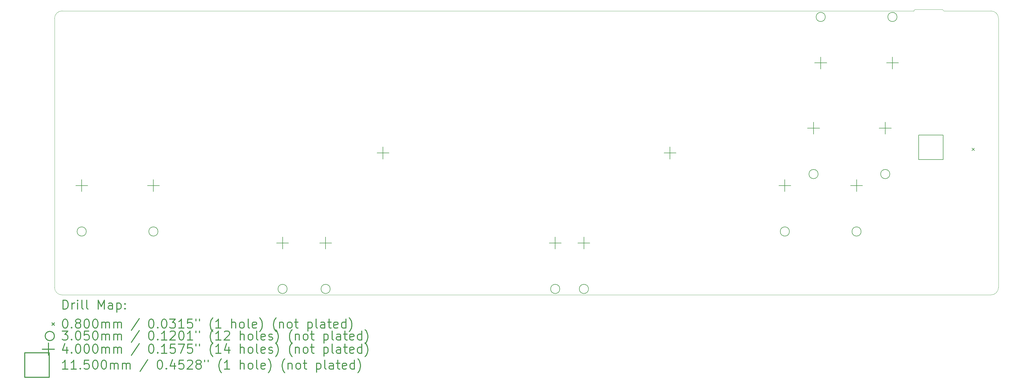
<source format=gbr>
%FSLAX45Y45*%
G04 Gerber Fmt 4.5, Leading zero omitted, Abs format (unit mm)*
G04 Created by KiCad (PCBNEW (5.1.12)-1) date 2021-12-15 00:33:17*
%MOMM*%
%LPD*%
G01*
G04 APERTURE LIST*
%TA.AperFunction,Profile*%
%ADD10C,0.100000*%
%TD*%
%ADD11C,0.200000*%
%ADD12C,0.300000*%
G04 APERTURE END LIST*
D10*
X31475000Y-2860000D02*
X32375000Y-2860000D01*
X32375000Y-2860000D02*
G75*
G02*
X32400000Y-2885000I0J-25000D01*
G01*
X32425000Y-2910000D02*
G75*
G02*
X32400000Y-2885000I0J25000D01*
G01*
X31450000Y-2885000D02*
G75*
G02*
X31475000Y-2860000I25000J0D01*
G01*
X31450000Y-2885000D02*
G75*
G02*
X31425000Y-2910000I-25000J0D01*
G01*
X32425000Y-2910000D02*
X33987500Y-2910000D01*
X3160000Y-2910000D02*
X31425000Y-2910000D01*
X34237500Y-3160000D02*
X34237500Y-12080000D01*
X2910000Y-12080000D02*
G75*
G03*
X3160000Y-12330000I250000J0D01*
G01*
X33987500Y-12330000D02*
G75*
G03*
X34237500Y-12080000I0J250000D01*
G01*
X34237500Y-3160000D02*
G75*
G03*
X33987500Y-2910000I-250000J0D01*
G01*
X3160000Y-2910000D02*
G75*
G03*
X2910000Y-3160000I0J-250000D01*
G01*
X3160000Y-12330000D02*
X33987500Y-12330000D01*
X2910000Y-3160000D02*
X2910000Y-12080000D01*
D11*
X33360000Y-7460000D02*
X33440000Y-7540000D01*
X33440000Y-7460000D02*
X33360000Y-7540000D01*
X3963125Y-10225000D02*
G75*
G03*
X3963125Y-10225000I-152500J0D01*
G01*
X6343125Y-10225000D02*
G75*
G03*
X6343125Y-10225000I-152500J0D01*
G01*
X10630000Y-12130000D02*
G75*
G03*
X10630000Y-12130000I-152500J0D01*
G01*
X12058750Y-12130000D02*
G75*
G03*
X12058750Y-12130000I-152500J0D01*
G01*
X19678750Y-12130000D02*
G75*
G03*
X19678750Y-12130000I-152500J0D01*
G01*
X20631250Y-12130000D02*
G75*
G03*
X20631250Y-12130000I-152500J0D01*
G01*
X27299375Y-10225000D02*
G75*
G03*
X27299375Y-10225000I-152500J0D01*
G01*
X28251875Y-8320000D02*
G75*
G03*
X28251875Y-8320000I-152500J0D01*
G01*
X28490000Y-3110000D02*
G75*
G03*
X28490000Y-3110000I-152500J0D01*
G01*
X29679375Y-10225000D02*
G75*
G03*
X29679375Y-10225000I-152500J0D01*
G01*
X30631875Y-8320000D02*
G75*
G03*
X30631875Y-8320000I-152500J0D01*
G01*
X30870000Y-3110000D02*
G75*
G03*
X30870000Y-3110000I-152500J0D01*
G01*
X3810625Y-8501000D02*
X3810625Y-8901000D01*
X3610625Y-8701000D02*
X4010625Y-8701000D01*
X6190625Y-8501000D02*
X6190625Y-8901000D01*
X5990625Y-8701000D02*
X6390625Y-8701000D01*
X10477500Y-10406000D02*
X10477500Y-10806000D01*
X10277500Y-10606000D02*
X10677500Y-10606000D01*
X11906250Y-10406000D02*
X11906250Y-10806000D01*
X11706250Y-10606000D02*
X12106250Y-10606000D01*
X13811250Y-7418750D02*
X13811250Y-7818750D01*
X13611250Y-7618750D02*
X14011250Y-7618750D01*
X19526250Y-10406000D02*
X19526250Y-10806000D01*
X19326250Y-10606000D02*
X19726250Y-10606000D01*
X20478750Y-10406000D02*
X20478750Y-10806000D01*
X20278750Y-10606000D02*
X20678750Y-10606000D01*
X23336250Y-7418750D02*
X23336250Y-7818750D01*
X23136250Y-7618750D02*
X23536250Y-7618750D01*
X27146875Y-8501000D02*
X27146875Y-8901000D01*
X26946875Y-8701000D02*
X27346875Y-8701000D01*
X28099375Y-6596000D02*
X28099375Y-6996000D01*
X27899375Y-6796000D02*
X28299375Y-6796000D01*
X28337500Y-4434000D02*
X28337500Y-4834000D01*
X28137500Y-4634000D02*
X28537500Y-4634000D01*
X29526875Y-8501000D02*
X29526875Y-8901000D01*
X29326875Y-8701000D02*
X29726875Y-8701000D01*
X30479375Y-6596000D02*
X30479375Y-6996000D01*
X30279375Y-6796000D02*
X30679375Y-6796000D01*
X30717500Y-4434000D02*
X30717500Y-4834000D01*
X30517500Y-4634000D02*
X30917500Y-4634000D01*
X32401590Y-7841590D02*
X32401590Y-7028410D01*
X31588410Y-7028410D01*
X31588410Y-7841590D01*
X32401590Y-7841590D01*
D12*
X3191428Y-12800714D02*
X3191428Y-12500714D01*
X3262857Y-12500714D01*
X3305714Y-12515000D01*
X3334286Y-12543571D01*
X3348571Y-12572143D01*
X3362857Y-12629286D01*
X3362857Y-12672143D01*
X3348571Y-12729286D01*
X3334286Y-12757857D01*
X3305714Y-12786429D01*
X3262857Y-12800714D01*
X3191428Y-12800714D01*
X3491428Y-12800714D02*
X3491428Y-12600714D01*
X3491428Y-12657857D02*
X3505714Y-12629286D01*
X3520000Y-12615000D01*
X3548571Y-12600714D01*
X3577143Y-12600714D01*
X3677143Y-12800714D02*
X3677143Y-12600714D01*
X3677143Y-12500714D02*
X3662857Y-12515000D01*
X3677143Y-12529286D01*
X3691428Y-12515000D01*
X3677143Y-12500714D01*
X3677143Y-12529286D01*
X3862857Y-12800714D02*
X3834286Y-12786429D01*
X3820000Y-12757857D01*
X3820000Y-12500714D01*
X4020000Y-12800714D02*
X3991428Y-12786429D01*
X3977143Y-12757857D01*
X3977143Y-12500714D01*
X4362857Y-12800714D02*
X4362857Y-12500714D01*
X4462857Y-12715000D01*
X4562857Y-12500714D01*
X4562857Y-12800714D01*
X4834286Y-12800714D02*
X4834286Y-12643571D01*
X4820000Y-12615000D01*
X4791428Y-12600714D01*
X4734286Y-12600714D01*
X4705714Y-12615000D01*
X4834286Y-12786429D02*
X4805714Y-12800714D01*
X4734286Y-12800714D01*
X4705714Y-12786429D01*
X4691428Y-12757857D01*
X4691428Y-12729286D01*
X4705714Y-12700714D01*
X4734286Y-12686429D01*
X4805714Y-12686429D01*
X4834286Y-12672143D01*
X4977143Y-12600714D02*
X4977143Y-12900714D01*
X4977143Y-12615000D02*
X5005714Y-12600714D01*
X5062857Y-12600714D01*
X5091428Y-12615000D01*
X5105714Y-12629286D01*
X5120000Y-12657857D01*
X5120000Y-12743571D01*
X5105714Y-12772143D01*
X5091428Y-12786429D01*
X5062857Y-12800714D01*
X5005714Y-12800714D01*
X4977143Y-12786429D01*
X5248571Y-12772143D02*
X5262857Y-12786429D01*
X5248571Y-12800714D01*
X5234286Y-12786429D01*
X5248571Y-12772143D01*
X5248571Y-12800714D01*
X5248571Y-12615000D02*
X5262857Y-12629286D01*
X5248571Y-12643571D01*
X5234286Y-12629286D01*
X5248571Y-12615000D01*
X5248571Y-12643571D01*
X2825000Y-13255000D02*
X2905000Y-13335000D01*
X2905000Y-13255000D02*
X2825000Y-13335000D01*
X3248571Y-13130714D02*
X3277143Y-13130714D01*
X3305714Y-13145000D01*
X3320000Y-13159286D01*
X3334286Y-13187857D01*
X3348571Y-13245000D01*
X3348571Y-13316429D01*
X3334286Y-13373571D01*
X3320000Y-13402143D01*
X3305714Y-13416429D01*
X3277143Y-13430714D01*
X3248571Y-13430714D01*
X3220000Y-13416429D01*
X3205714Y-13402143D01*
X3191428Y-13373571D01*
X3177143Y-13316429D01*
X3177143Y-13245000D01*
X3191428Y-13187857D01*
X3205714Y-13159286D01*
X3220000Y-13145000D01*
X3248571Y-13130714D01*
X3477143Y-13402143D02*
X3491428Y-13416429D01*
X3477143Y-13430714D01*
X3462857Y-13416429D01*
X3477143Y-13402143D01*
X3477143Y-13430714D01*
X3662857Y-13259286D02*
X3634286Y-13245000D01*
X3620000Y-13230714D01*
X3605714Y-13202143D01*
X3605714Y-13187857D01*
X3620000Y-13159286D01*
X3634286Y-13145000D01*
X3662857Y-13130714D01*
X3720000Y-13130714D01*
X3748571Y-13145000D01*
X3762857Y-13159286D01*
X3777143Y-13187857D01*
X3777143Y-13202143D01*
X3762857Y-13230714D01*
X3748571Y-13245000D01*
X3720000Y-13259286D01*
X3662857Y-13259286D01*
X3634286Y-13273571D01*
X3620000Y-13287857D01*
X3605714Y-13316429D01*
X3605714Y-13373571D01*
X3620000Y-13402143D01*
X3634286Y-13416429D01*
X3662857Y-13430714D01*
X3720000Y-13430714D01*
X3748571Y-13416429D01*
X3762857Y-13402143D01*
X3777143Y-13373571D01*
X3777143Y-13316429D01*
X3762857Y-13287857D01*
X3748571Y-13273571D01*
X3720000Y-13259286D01*
X3962857Y-13130714D02*
X3991428Y-13130714D01*
X4020000Y-13145000D01*
X4034286Y-13159286D01*
X4048571Y-13187857D01*
X4062857Y-13245000D01*
X4062857Y-13316429D01*
X4048571Y-13373571D01*
X4034286Y-13402143D01*
X4020000Y-13416429D01*
X3991428Y-13430714D01*
X3962857Y-13430714D01*
X3934286Y-13416429D01*
X3920000Y-13402143D01*
X3905714Y-13373571D01*
X3891428Y-13316429D01*
X3891428Y-13245000D01*
X3905714Y-13187857D01*
X3920000Y-13159286D01*
X3934286Y-13145000D01*
X3962857Y-13130714D01*
X4248571Y-13130714D02*
X4277143Y-13130714D01*
X4305714Y-13145000D01*
X4320000Y-13159286D01*
X4334286Y-13187857D01*
X4348571Y-13245000D01*
X4348571Y-13316429D01*
X4334286Y-13373571D01*
X4320000Y-13402143D01*
X4305714Y-13416429D01*
X4277143Y-13430714D01*
X4248571Y-13430714D01*
X4220000Y-13416429D01*
X4205714Y-13402143D01*
X4191428Y-13373571D01*
X4177143Y-13316429D01*
X4177143Y-13245000D01*
X4191428Y-13187857D01*
X4205714Y-13159286D01*
X4220000Y-13145000D01*
X4248571Y-13130714D01*
X4477143Y-13430714D02*
X4477143Y-13230714D01*
X4477143Y-13259286D02*
X4491428Y-13245000D01*
X4520000Y-13230714D01*
X4562857Y-13230714D01*
X4591428Y-13245000D01*
X4605714Y-13273571D01*
X4605714Y-13430714D01*
X4605714Y-13273571D02*
X4620000Y-13245000D01*
X4648571Y-13230714D01*
X4691428Y-13230714D01*
X4720000Y-13245000D01*
X4734286Y-13273571D01*
X4734286Y-13430714D01*
X4877143Y-13430714D02*
X4877143Y-13230714D01*
X4877143Y-13259286D02*
X4891428Y-13245000D01*
X4920000Y-13230714D01*
X4962857Y-13230714D01*
X4991428Y-13245000D01*
X5005714Y-13273571D01*
X5005714Y-13430714D01*
X5005714Y-13273571D02*
X5020000Y-13245000D01*
X5048571Y-13230714D01*
X5091428Y-13230714D01*
X5120000Y-13245000D01*
X5134286Y-13273571D01*
X5134286Y-13430714D01*
X5720000Y-13116429D02*
X5462857Y-13502143D01*
X6105714Y-13130714D02*
X6134286Y-13130714D01*
X6162857Y-13145000D01*
X6177143Y-13159286D01*
X6191428Y-13187857D01*
X6205714Y-13245000D01*
X6205714Y-13316429D01*
X6191428Y-13373571D01*
X6177143Y-13402143D01*
X6162857Y-13416429D01*
X6134286Y-13430714D01*
X6105714Y-13430714D01*
X6077143Y-13416429D01*
X6062857Y-13402143D01*
X6048571Y-13373571D01*
X6034286Y-13316429D01*
X6034286Y-13245000D01*
X6048571Y-13187857D01*
X6062857Y-13159286D01*
X6077143Y-13145000D01*
X6105714Y-13130714D01*
X6334286Y-13402143D02*
X6348571Y-13416429D01*
X6334286Y-13430714D01*
X6320000Y-13416429D01*
X6334286Y-13402143D01*
X6334286Y-13430714D01*
X6534286Y-13130714D02*
X6562857Y-13130714D01*
X6591428Y-13145000D01*
X6605714Y-13159286D01*
X6620000Y-13187857D01*
X6634286Y-13245000D01*
X6634286Y-13316429D01*
X6620000Y-13373571D01*
X6605714Y-13402143D01*
X6591428Y-13416429D01*
X6562857Y-13430714D01*
X6534286Y-13430714D01*
X6505714Y-13416429D01*
X6491428Y-13402143D01*
X6477143Y-13373571D01*
X6462857Y-13316429D01*
X6462857Y-13245000D01*
X6477143Y-13187857D01*
X6491428Y-13159286D01*
X6505714Y-13145000D01*
X6534286Y-13130714D01*
X6734286Y-13130714D02*
X6920000Y-13130714D01*
X6820000Y-13245000D01*
X6862857Y-13245000D01*
X6891428Y-13259286D01*
X6905714Y-13273571D01*
X6920000Y-13302143D01*
X6920000Y-13373571D01*
X6905714Y-13402143D01*
X6891428Y-13416429D01*
X6862857Y-13430714D01*
X6777143Y-13430714D01*
X6748571Y-13416429D01*
X6734286Y-13402143D01*
X7205714Y-13430714D02*
X7034286Y-13430714D01*
X7120000Y-13430714D02*
X7120000Y-13130714D01*
X7091428Y-13173571D01*
X7062857Y-13202143D01*
X7034286Y-13216429D01*
X7477143Y-13130714D02*
X7334286Y-13130714D01*
X7320000Y-13273571D01*
X7334286Y-13259286D01*
X7362857Y-13245000D01*
X7434286Y-13245000D01*
X7462857Y-13259286D01*
X7477143Y-13273571D01*
X7491428Y-13302143D01*
X7491428Y-13373571D01*
X7477143Y-13402143D01*
X7462857Y-13416429D01*
X7434286Y-13430714D01*
X7362857Y-13430714D01*
X7334286Y-13416429D01*
X7320000Y-13402143D01*
X7605714Y-13130714D02*
X7605714Y-13187857D01*
X7720000Y-13130714D02*
X7720000Y-13187857D01*
X8162857Y-13545000D02*
X8148571Y-13530714D01*
X8120000Y-13487857D01*
X8105714Y-13459286D01*
X8091428Y-13416429D01*
X8077143Y-13345000D01*
X8077143Y-13287857D01*
X8091428Y-13216429D01*
X8105714Y-13173571D01*
X8120000Y-13145000D01*
X8148571Y-13102143D01*
X8162857Y-13087857D01*
X8434286Y-13430714D02*
X8262857Y-13430714D01*
X8348571Y-13430714D02*
X8348571Y-13130714D01*
X8320000Y-13173571D01*
X8291428Y-13202143D01*
X8262857Y-13216429D01*
X8791428Y-13430714D02*
X8791428Y-13130714D01*
X8920000Y-13430714D02*
X8920000Y-13273571D01*
X8905714Y-13245000D01*
X8877143Y-13230714D01*
X8834286Y-13230714D01*
X8805714Y-13245000D01*
X8791428Y-13259286D01*
X9105714Y-13430714D02*
X9077143Y-13416429D01*
X9062857Y-13402143D01*
X9048571Y-13373571D01*
X9048571Y-13287857D01*
X9062857Y-13259286D01*
X9077143Y-13245000D01*
X9105714Y-13230714D01*
X9148571Y-13230714D01*
X9177143Y-13245000D01*
X9191428Y-13259286D01*
X9205714Y-13287857D01*
X9205714Y-13373571D01*
X9191428Y-13402143D01*
X9177143Y-13416429D01*
X9148571Y-13430714D01*
X9105714Y-13430714D01*
X9377143Y-13430714D02*
X9348571Y-13416429D01*
X9334286Y-13387857D01*
X9334286Y-13130714D01*
X9605714Y-13416429D02*
X9577143Y-13430714D01*
X9520000Y-13430714D01*
X9491428Y-13416429D01*
X9477143Y-13387857D01*
X9477143Y-13273571D01*
X9491428Y-13245000D01*
X9520000Y-13230714D01*
X9577143Y-13230714D01*
X9605714Y-13245000D01*
X9620000Y-13273571D01*
X9620000Y-13302143D01*
X9477143Y-13330714D01*
X9720000Y-13545000D02*
X9734286Y-13530714D01*
X9762857Y-13487857D01*
X9777143Y-13459286D01*
X9791428Y-13416429D01*
X9805714Y-13345000D01*
X9805714Y-13287857D01*
X9791428Y-13216429D01*
X9777143Y-13173571D01*
X9762857Y-13145000D01*
X9734286Y-13102143D01*
X9720000Y-13087857D01*
X10262857Y-13545000D02*
X10248571Y-13530714D01*
X10220000Y-13487857D01*
X10205714Y-13459286D01*
X10191428Y-13416429D01*
X10177143Y-13345000D01*
X10177143Y-13287857D01*
X10191428Y-13216429D01*
X10205714Y-13173571D01*
X10220000Y-13145000D01*
X10248571Y-13102143D01*
X10262857Y-13087857D01*
X10377143Y-13230714D02*
X10377143Y-13430714D01*
X10377143Y-13259286D02*
X10391428Y-13245000D01*
X10420000Y-13230714D01*
X10462857Y-13230714D01*
X10491428Y-13245000D01*
X10505714Y-13273571D01*
X10505714Y-13430714D01*
X10691428Y-13430714D02*
X10662857Y-13416429D01*
X10648571Y-13402143D01*
X10634286Y-13373571D01*
X10634286Y-13287857D01*
X10648571Y-13259286D01*
X10662857Y-13245000D01*
X10691428Y-13230714D01*
X10734286Y-13230714D01*
X10762857Y-13245000D01*
X10777143Y-13259286D01*
X10791428Y-13287857D01*
X10791428Y-13373571D01*
X10777143Y-13402143D01*
X10762857Y-13416429D01*
X10734286Y-13430714D01*
X10691428Y-13430714D01*
X10877143Y-13230714D02*
X10991428Y-13230714D01*
X10920000Y-13130714D02*
X10920000Y-13387857D01*
X10934286Y-13416429D01*
X10962857Y-13430714D01*
X10991428Y-13430714D01*
X11320000Y-13230714D02*
X11320000Y-13530714D01*
X11320000Y-13245000D02*
X11348571Y-13230714D01*
X11405714Y-13230714D01*
X11434286Y-13245000D01*
X11448571Y-13259286D01*
X11462857Y-13287857D01*
X11462857Y-13373571D01*
X11448571Y-13402143D01*
X11434286Y-13416429D01*
X11405714Y-13430714D01*
X11348571Y-13430714D01*
X11320000Y-13416429D01*
X11634286Y-13430714D02*
X11605714Y-13416429D01*
X11591428Y-13387857D01*
X11591428Y-13130714D01*
X11877143Y-13430714D02*
X11877143Y-13273571D01*
X11862857Y-13245000D01*
X11834286Y-13230714D01*
X11777143Y-13230714D01*
X11748571Y-13245000D01*
X11877143Y-13416429D02*
X11848571Y-13430714D01*
X11777143Y-13430714D01*
X11748571Y-13416429D01*
X11734286Y-13387857D01*
X11734286Y-13359286D01*
X11748571Y-13330714D01*
X11777143Y-13316429D01*
X11848571Y-13316429D01*
X11877143Y-13302143D01*
X11977143Y-13230714D02*
X12091428Y-13230714D01*
X12020000Y-13130714D02*
X12020000Y-13387857D01*
X12034286Y-13416429D01*
X12062857Y-13430714D01*
X12091428Y-13430714D01*
X12305714Y-13416429D02*
X12277143Y-13430714D01*
X12220000Y-13430714D01*
X12191428Y-13416429D01*
X12177143Y-13387857D01*
X12177143Y-13273571D01*
X12191428Y-13245000D01*
X12220000Y-13230714D01*
X12277143Y-13230714D01*
X12305714Y-13245000D01*
X12320000Y-13273571D01*
X12320000Y-13302143D01*
X12177143Y-13330714D01*
X12577143Y-13430714D02*
X12577143Y-13130714D01*
X12577143Y-13416429D02*
X12548571Y-13430714D01*
X12491428Y-13430714D01*
X12462857Y-13416429D01*
X12448571Y-13402143D01*
X12434286Y-13373571D01*
X12434286Y-13287857D01*
X12448571Y-13259286D01*
X12462857Y-13245000D01*
X12491428Y-13230714D01*
X12548571Y-13230714D01*
X12577143Y-13245000D01*
X12691428Y-13545000D02*
X12705714Y-13530714D01*
X12734286Y-13487857D01*
X12748571Y-13459286D01*
X12762857Y-13416429D01*
X12777143Y-13345000D01*
X12777143Y-13287857D01*
X12762857Y-13216429D01*
X12748571Y-13173571D01*
X12734286Y-13145000D01*
X12705714Y-13102143D01*
X12691428Y-13087857D01*
X2905000Y-13691000D02*
G75*
G03*
X2905000Y-13691000I-152500J0D01*
G01*
X3162857Y-13526714D02*
X3348571Y-13526714D01*
X3248571Y-13641000D01*
X3291428Y-13641000D01*
X3320000Y-13655286D01*
X3334286Y-13669571D01*
X3348571Y-13698143D01*
X3348571Y-13769571D01*
X3334286Y-13798143D01*
X3320000Y-13812429D01*
X3291428Y-13826714D01*
X3205714Y-13826714D01*
X3177143Y-13812429D01*
X3162857Y-13798143D01*
X3477143Y-13798143D02*
X3491428Y-13812429D01*
X3477143Y-13826714D01*
X3462857Y-13812429D01*
X3477143Y-13798143D01*
X3477143Y-13826714D01*
X3677143Y-13526714D02*
X3705714Y-13526714D01*
X3734286Y-13541000D01*
X3748571Y-13555286D01*
X3762857Y-13583857D01*
X3777143Y-13641000D01*
X3777143Y-13712429D01*
X3762857Y-13769571D01*
X3748571Y-13798143D01*
X3734286Y-13812429D01*
X3705714Y-13826714D01*
X3677143Y-13826714D01*
X3648571Y-13812429D01*
X3634286Y-13798143D01*
X3620000Y-13769571D01*
X3605714Y-13712429D01*
X3605714Y-13641000D01*
X3620000Y-13583857D01*
X3634286Y-13555286D01*
X3648571Y-13541000D01*
X3677143Y-13526714D01*
X4048571Y-13526714D02*
X3905714Y-13526714D01*
X3891428Y-13669571D01*
X3905714Y-13655286D01*
X3934286Y-13641000D01*
X4005714Y-13641000D01*
X4034286Y-13655286D01*
X4048571Y-13669571D01*
X4062857Y-13698143D01*
X4062857Y-13769571D01*
X4048571Y-13798143D01*
X4034286Y-13812429D01*
X4005714Y-13826714D01*
X3934286Y-13826714D01*
X3905714Y-13812429D01*
X3891428Y-13798143D01*
X4248571Y-13526714D02*
X4277143Y-13526714D01*
X4305714Y-13541000D01*
X4320000Y-13555286D01*
X4334286Y-13583857D01*
X4348571Y-13641000D01*
X4348571Y-13712429D01*
X4334286Y-13769571D01*
X4320000Y-13798143D01*
X4305714Y-13812429D01*
X4277143Y-13826714D01*
X4248571Y-13826714D01*
X4220000Y-13812429D01*
X4205714Y-13798143D01*
X4191428Y-13769571D01*
X4177143Y-13712429D01*
X4177143Y-13641000D01*
X4191428Y-13583857D01*
X4205714Y-13555286D01*
X4220000Y-13541000D01*
X4248571Y-13526714D01*
X4477143Y-13826714D02*
X4477143Y-13626714D01*
X4477143Y-13655286D02*
X4491428Y-13641000D01*
X4520000Y-13626714D01*
X4562857Y-13626714D01*
X4591428Y-13641000D01*
X4605714Y-13669571D01*
X4605714Y-13826714D01*
X4605714Y-13669571D02*
X4620000Y-13641000D01*
X4648571Y-13626714D01*
X4691428Y-13626714D01*
X4720000Y-13641000D01*
X4734286Y-13669571D01*
X4734286Y-13826714D01*
X4877143Y-13826714D02*
X4877143Y-13626714D01*
X4877143Y-13655286D02*
X4891428Y-13641000D01*
X4920000Y-13626714D01*
X4962857Y-13626714D01*
X4991428Y-13641000D01*
X5005714Y-13669571D01*
X5005714Y-13826714D01*
X5005714Y-13669571D02*
X5020000Y-13641000D01*
X5048571Y-13626714D01*
X5091428Y-13626714D01*
X5120000Y-13641000D01*
X5134286Y-13669571D01*
X5134286Y-13826714D01*
X5720000Y-13512429D02*
X5462857Y-13898143D01*
X6105714Y-13526714D02*
X6134286Y-13526714D01*
X6162857Y-13541000D01*
X6177143Y-13555286D01*
X6191428Y-13583857D01*
X6205714Y-13641000D01*
X6205714Y-13712429D01*
X6191428Y-13769571D01*
X6177143Y-13798143D01*
X6162857Y-13812429D01*
X6134286Y-13826714D01*
X6105714Y-13826714D01*
X6077143Y-13812429D01*
X6062857Y-13798143D01*
X6048571Y-13769571D01*
X6034286Y-13712429D01*
X6034286Y-13641000D01*
X6048571Y-13583857D01*
X6062857Y-13555286D01*
X6077143Y-13541000D01*
X6105714Y-13526714D01*
X6334286Y-13798143D02*
X6348571Y-13812429D01*
X6334286Y-13826714D01*
X6320000Y-13812429D01*
X6334286Y-13798143D01*
X6334286Y-13826714D01*
X6634286Y-13826714D02*
X6462857Y-13826714D01*
X6548571Y-13826714D02*
X6548571Y-13526714D01*
X6520000Y-13569571D01*
X6491428Y-13598143D01*
X6462857Y-13612429D01*
X6748571Y-13555286D02*
X6762857Y-13541000D01*
X6791428Y-13526714D01*
X6862857Y-13526714D01*
X6891428Y-13541000D01*
X6905714Y-13555286D01*
X6920000Y-13583857D01*
X6920000Y-13612429D01*
X6905714Y-13655286D01*
X6734286Y-13826714D01*
X6920000Y-13826714D01*
X7105714Y-13526714D02*
X7134286Y-13526714D01*
X7162857Y-13541000D01*
X7177143Y-13555286D01*
X7191428Y-13583857D01*
X7205714Y-13641000D01*
X7205714Y-13712429D01*
X7191428Y-13769571D01*
X7177143Y-13798143D01*
X7162857Y-13812429D01*
X7134286Y-13826714D01*
X7105714Y-13826714D01*
X7077143Y-13812429D01*
X7062857Y-13798143D01*
X7048571Y-13769571D01*
X7034286Y-13712429D01*
X7034286Y-13641000D01*
X7048571Y-13583857D01*
X7062857Y-13555286D01*
X7077143Y-13541000D01*
X7105714Y-13526714D01*
X7491428Y-13826714D02*
X7320000Y-13826714D01*
X7405714Y-13826714D02*
X7405714Y-13526714D01*
X7377143Y-13569571D01*
X7348571Y-13598143D01*
X7320000Y-13612429D01*
X7605714Y-13526714D02*
X7605714Y-13583857D01*
X7720000Y-13526714D02*
X7720000Y-13583857D01*
X8162857Y-13941000D02*
X8148571Y-13926714D01*
X8120000Y-13883857D01*
X8105714Y-13855286D01*
X8091428Y-13812429D01*
X8077143Y-13741000D01*
X8077143Y-13683857D01*
X8091428Y-13612429D01*
X8105714Y-13569571D01*
X8120000Y-13541000D01*
X8148571Y-13498143D01*
X8162857Y-13483857D01*
X8434286Y-13826714D02*
X8262857Y-13826714D01*
X8348571Y-13826714D02*
X8348571Y-13526714D01*
X8320000Y-13569571D01*
X8291428Y-13598143D01*
X8262857Y-13612429D01*
X8548571Y-13555286D02*
X8562857Y-13541000D01*
X8591428Y-13526714D01*
X8662857Y-13526714D01*
X8691428Y-13541000D01*
X8705714Y-13555286D01*
X8720000Y-13583857D01*
X8720000Y-13612429D01*
X8705714Y-13655286D01*
X8534286Y-13826714D01*
X8720000Y-13826714D01*
X9077143Y-13826714D02*
X9077143Y-13526714D01*
X9205714Y-13826714D02*
X9205714Y-13669571D01*
X9191428Y-13641000D01*
X9162857Y-13626714D01*
X9120000Y-13626714D01*
X9091428Y-13641000D01*
X9077143Y-13655286D01*
X9391428Y-13826714D02*
X9362857Y-13812429D01*
X9348571Y-13798143D01*
X9334286Y-13769571D01*
X9334286Y-13683857D01*
X9348571Y-13655286D01*
X9362857Y-13641000D01*
X9391428Y-13626714D01*
X9434286Y-13626714D01*
X9462857Y-13641000D01*
X9477143Y-13655286D01*
X9491428Y-13683857D01*
X9491428Y-13769571D01*
X9477143Y-13798143D01*
X9462857Y-13812429D01*
X9434286Y-13826714D01*
X9391428Y-13826714D01*
X9662857Y-13826714D02*
X9634286Y-13812429D01*
X9620000Y-13783857D01*
X9620000Y-13526714D01*
X9891428Y-13812429D02*
X9862857Y-13826714D01*
X9805714Y-13826714D01*
X9777143Y-13812429D01*
X9762857Y-13783857D01*
X9762857Y-13669571D01*
X9777143Y-13641000D01*
X9805714Y-13626714D01*
X9862857Y-13626714D01*
X9891428Y-13641000D01*
X9905714Y-13669571D01*
X9905714Y-13698143D01*
X9762857Y-13726714D01*
X10020000Y-13812429D02*
X10048571Y-13826714D01*
X10105714Y-13826714D01*
X10134286Y-13812429D01*
X10148571Y-13783857D01*
X10148571Y-13769571D01*
X10134286Y-13741000D01*
X10105714Y-13726714D01*
X10062857Y-13726714D01*
X10034286Y-13712429D01*
X10020000Y-13683857D01*
X10020000Y-13669571D01*
X10034286Y-13641000D01*
X10062857Y-13626714D01*
X10105714Y-13626714D01*
X10134286Y-13641000D01*
X10248571Y-13941000D02*
X10262857Y-13926714D01*
X10291428Y-13883857D01*
X10305714Y-13855286D01*
X10320000Y-13812429D01*
X10334286Y-13741000D01*
X10334286Y-13683857D01*
X10320000Y-13612429D01*
X10305714Y-13569571D01*
X10291428Y-13541000D01*
X10262857Y-13498143D01*
X10248571Y-13483857D01*
X10791428Y-13941000D02*
X10777143Y-13926714D01*
X10748571Y-13883857D01*
X10734286Y-13855286D01*
X10720000Y-13812429D01*
X10705714Y-13741000D01*
X10705714Y-13683857D01*
X10720000Y-13612429D01*
X10734286Y-13569571D01*
X10748571Y-13541000D01*
X10777143Y-13498143D01*
X10791428Y-13483857D01*
X10905714Y-13626714D02*
X10905714Y-13826714D01*
X10905714Y-13655286D02*
X10920000Y-13641000D01*
X10948571Y-13626714D01*
X10991428Y-13626714D01*
X11020000Y-13641000D01*
X11034286Y-13669571D01*
X11034286Y-13826714D01*
X11220000Y-13826714D02*
X11191428Y-13812429D01*
X11177143Y-13798143D01*
X11162857Y-13769571D01*
X11162857Y-13683857D01*
X11177143Y-13655286D01*
X11191428Y-13641000D01*
X11220000Y-13626714D01*
X11262857Y-13626714D01*
X11291428Y-13641000D01*
X11305714Y-13655286D01*
X11320000Y-13683857D01*
X11320000Y-13769571D01*
X11305714Y-13798143D01*
X11291428Y-13812429D01*
X11262857Y-13826714D01*
X11220000Y-13826714D01*
X11405714Y-13626714D02*
X11520000Y-13626714D01*
X11448571Y-13526714D02*
X11448571Y-13783857D01*
X11462857Y-13812429D01*
X11491428Y-13826714D01*
X11520000Y-13826714D01*
X11848571Y-13626714D02*
X11848571Y-13926714D01*
X11848571Y-13641000D02*
X11877143Y-13626714D01*
X11934286Y-13626714D01*
X11962857Y-13641000D01*
X11977143Y-13655286D01*
X11991428Y-13683857D01*
X11991428Y-13769571D01*
X11977143Y-13798143D01*
X11962857Y-13812429D01*
X11934286Y-13826714D01*
X11877143Y-13826714D01*
X11848571Y-13812429D01*
X12162857Y-13826714D02*
X12134286Y-13812429D01*
X12120000Y-13783857D01*
X12120000Y-13526714D01*
X12405714Y-13826714D02*
X12405714Y-13669571D01*
X12391428Y-13641000D01*
X12362857Y-13626714D01*
X12305714Y-13626714D01*
X12277143Y-13641000D01*
X12405714Y-13812429D02*
X12377143Y-13826714D01*
X12305714Y-13826714D01*
X12277143Y-13812429D01*
X12262857Y-13783857D01*
X12262857Y-13755286D01*
X12277143Y-13726714D01*
X12305714Y-13712429D01*
X12377143Y-13712429D01*
X12405714Y-13698143D01*
X12505714Y-13626714D02*
X12620000Y-13626714D01*
X12548571Y-13526714D02*
X12548571Y-13783857D01*
X12562857Y-13812429D01*
X12591428Y-13826714D01*
X12620000Y-13826714D01*
X12834286Y-13812429D02*
X12805714Y-13826714D01*
X12748571Y-13826714D01*
X12720000Y-13812429D01*
X12705714Y-13783857D01*
X12705714Y-13669571D01*
X12720000Y-13641000D01*
X12748571Y-13626714D01*
X12805714Y-13626714D01*
X12834286Y-13641000D01*
X12848571Y-13669571D01*
X12848571Y-13698143D01*
X12705714Y-13726714D01*
X13105714Y-13826714D02*
X13105714Y-13526714D01*
X13105714Y-13812429D02*
X13077143Y-13826714D01*
X13020000Y-13826714D01*
X12991428Y-13812429D01*
X12977143Y-13798143D01*
X12962857Y-13769571D01*
X12962857Y-13683857D01*
X12977143Y-13655286D01*
X12991428Y-13641000D01*
X13020000Y-13626714D01*
X13077143Y-13626714D01*
X13105714Y-13641000D01*
X13220000Y-13941000D02*
X13234286Y-13926714D01*
X13262857Y-13883857D01*
X13277143Y-13855286D01*
X13291428Y-13812429D01*
X13305714Y-13741000D01*
X13305714Y-13683857D01*
X13291428Y-13612429D01*
X13277143Y-13569571D01*
X13262857Y-13541000D01*
X13234286Y-13498143D01*
X13220000Y-13483857D01*
X2705000Y-13926000D02*
X2705000Y-14326000D01*
X2505000Y-14126000D02*
X2905000Y-14126000D01*
X3320000Y-14061714D02*
X3320000Y-14261714D01*
X3248571Y-13947429D02*
X3177143Y-14161714D01*
X3362857Y-14161714D01*
X3477143Y-14233143D02*
X3491428Y-14247429D01*
X3477143Y-14261714D01*
X3462857Y-14247429D01*
X3477143Y-14233143D01*
X3477143Y-14261714D01*
X3677143Y-13961714D02*
X3705714Y-13961714D01*
X3734286Y-13976000D01*
X3748571Y-13990286D01*
X3762857Y-14018857D01*
X3777143Y-14076000D01*
X3777143Y-14147429D01*
X3762857Y-14204571D01*
X3748571Y-14233143D01*
X3734286Y-14247429D01*
X3705714Y-14261714D01*
X3677143Y-14261714D01*
X3648571Y-14247429D01*
X3634286Y-14233143D01*
X3620000Y-14204571D01*
X3605714Y-14147429D01*
X3605714Y-14076000D01*
X3620000Y-14018857D01*
X3634286Y-13990286D01*
X3648571Y-13976000D01*
X3677143Y-13961714D01*
X3962857Y-13961714D02*
X3991428Y-13961714D01*
X4020000Y-13976000D01*
X4034286Y-13990286D01*
X4048571Y-14018857D01*
X4062857Y-14076000D01*
X4062857Y-14147429D01*
X4048571Y-14204571D01*
X4034286Y-14233143D01*
X4020000Y-14247429D01*
X3991428Y-14261714D01*
X3962857Y-14261714D01*
X3934286Y-14247429D01*
X3920000Y-14233143D01*
X3905714Y-14204571D01*
X3891428Y-14147429D01*
X3891428Y-14076000D01*
X3905714Y-14018857D01*
X3920000Y-13990286D01*
X3934286Y-13976000D01*
X3962857Y-13961714D01*
X4248571Y-13961714D02*
X4277143Y-13961714D01*
X4305714Y-13976000D01*
X4320000Y-13990286D01*
X4334286Y-14018857D01*
X4348571Y-14076000D01*
X4348571Y-14147429D01*
X4334286Y-14204571D01*
X4320000Y-14233143D01*
X4305714Y-14247429D01*
X4277143Y-14261714D01*
X4248571Y-14261714D01*
X4220000Y-14247429D01*
X4205714Y-14233143D01*
X4191428Y-14204571D01*
X4177143Y-14147429D01*
X4177143Y-14076000D01*
X4191428Y-14018857D01*
X4205714Y-13990286D01*
X4220000Y-13976000D01*
X4248571Y-13961714D01*
X4477143Y-14261714D02*
X4477143Y-14061714D01*
X4477143Y-14090286D02*
X4491428Y-14076000D01*
X4520000Y-14061714D01*
X4562857Y-14061714D01*
X4591428Y-14076000D01*
X4605714Y-14104571D01*
X4605714Y-14261714D01*
X4605714Y-14104571D02*
X4620000Y-14076000D01*
X4648571Y-14061714D01*
X4691428Y-14061714D01*
X4720000Y-14076000D01*
X4734286Y-14104571D01*
X4734286Y-14261714D01*
X4877143Y-14261714D02*
X4877143Y-14061714D01*
X4877143Y-14090286D02*
X4891428Y-14076000D01*
X4920000Y-14061714D01*
X4962857Y-14061714D01*
X4991428Y-14076000D01*
X5005714Y-14104571D01*
X5005714Y-14261714D01*
X5005714Y-14104571D02*
X5020000Y-14076000D01*
X5048571Y-14061714D01*
X5091428Y-14061714D01*
X5120000Y-14076000D01*
X5134286Y-14104571D01*
X5134286Y-14261714D01*
X5720000Y-13947429D02*
X5462857Y-14333143D01*
X6105714Y-13961714D02*
X6134286Y-13961714D01*
X6162857Y-13976000D01*
X6177143Y-13990286D01*
X6191428Y-14018857D01*
X6205714Y-14076000D01*
X6205714Y-14147429D01*
X6191428Y-14204571D01*
X6177143Y-14233143D01*
X6162857Y-14247429D01*
X6134286Y-14261714D01*
X6105714Y-14261714D01*
X6077143Y-14247429D01*
X6062857Y-14233143D01*
X6048571Y-14204571D01*
X6034286Y-14147429D01*
X6034286Y-14076000D01*
X6048571Y-14018857D01*
X6062857Y-13990286D01*
X6077143Y-13976000D01*
X6105714Y-13961714D01*
X6334286Y-14233143D02*
X6348571Y-14247429D01*
X6334286Y-14261714D01*
X6320000Y-14247429D01*
X6334286Y-14233143D01*
X6334286Y-14261714D01*
X6634286Y-14261714D02*
X6462857Y-14261714D01*
X6548571Y-14261714D02*
X6548571Y-13961714D01*
X6520000Y-14004571D01*
X6491428Y-14033143D01*
X6462857Y-14047429D01*
X6905714Y-13961714D02*
X6762857Y-13961714D01*
X6748571Y-14104571D01*
X6762857Y-14090286D01*
X6791428Y-14076000D01*
X6862857Y-14076000D01*
X6891428Y-14090286D01*
X6905714Y-14104571D01*
X6920000Y-14133143D01*
X6920000Y-14204571D01*
X6905714Y-14233143D01*
X6891428Y-14247429D01*
X6862857Y-14261714D01*
X6791428Y-14261714D01*
X6762857Y-14247429D01*
X6748571Y-14233143D01*
X7020000Y-13961714D02*
X7220000Y-13961714D01*
X7091428Y-14261714D01*
X7477143Y-13961714D02*
X7334286Y-13961714D01*
X7320000Y-14104571D01*
X7334286Y-14090286D01*
X7362857Y-14076000D01*
X7434286Y-14076000D01*
X7462857Y-14090286D01*
X7477143Y-14104571D01*
X7491428Y-14133143D01*
X7491428Y-14204571D01*
X7477143Y-14233143D01*
X7462857Y-14247429D01*
X7434286Y-14261714D01*
X7362857Y-14261714D01*
X7334286Y-14247429D01*
X7320000Y-14233143D01*
X7605714Y-13961714D02*
X7605714Y-14018857D01*
X7720000Y-13961714D02*
X7720000Y-14018857D01*
X8162857Y-14376000D02*
X8148571Y-14361714D01*
X8120000Y-14318857D01*
X8105714Y-14290286D01*
X8091428Y-14247429D01*
X8077143Y-14176000D01*
X8077143Y-14118857D01*
X8091428Y-14047429D01*
X8105714Y-14004571D01*
X8120000Y-13976000D01*
X8148571Y-13933143D01*
X8162857Y-13918857D01*
X8434286Y-14261714D02*
X8262857Y-14261714D01*
X8348571Y-14261714D02*
X8348571Y-13961714D01*
X8320000Y-14004571D01*
X8291428Y-14033143D01*
X8262857Y-14047429D01*
X8691428Y-14061714D02*
X8691428Y-14261714D01*
X8620000Y-13947429D02*
X8548571Y-14161714D01*
X8734286Y-14161714D01*
X9077143Y-14261714D02*
X9077143Y-13961714D01*
X9205714Y-14261714D02*
X9205714Y-14104571D01*
X9191428Y-14076000D01*
X9162857Y-14061714D01*
X9120000Y-14061714D01*
X9091428Y-14076000D01*
X9077143Y-14090286D01*
X9391428Y-14261714D02*
X9362857Y-14247429D01*
X9348571Y-14233143D01*
X9334286Y-14204571D01*
X9334286Y-14118857D01*
X9348571Y-14090286D01*
X9362857Y-14076000D01*
X9391428Y-14061714D01*
X9434286Y-14061714D01*
X9462857Y-14076000D01*
X9477143Y-14090286D01*
X9491428Y-14118857D01*
X9491428Y-14204571D01*
X9477143Y-14233143D01*
X9462857Y-14247429D01*
X9434286Y-14261714D01*
X9391428Y-14261714D01*
X9662857Y-14261714D02*
X9634286Y-14247429D01*
X9620000Y-14218857D01*
X9620000Y-13961714D01*
X9891428Y-14247429D02*
X9862857Y-14261714D01*
X9805714Y-14261714D01*
X9777143Y-14247429D01*
X9762857Y-14218857D01*
X9762857Y-14104571D01*
X9777143Y-14076000D01*
X9805714Y-14061714D01*
X9862857Y-14061714D01*
X9891428Y-14076000D01*
X9905714Y-14104571D01*
X9905714Y-14133143D01*
X9762857Y-14161714D01*
X10020000Y-14247429D02*
X10048571Y-14261714D01*
X10105714Y-14261714D01*
X10134286Y-14247429D01*
X10148571Y-14218857D01*
X10148571Y-14204571D01*
X10134286Y-14176000D01*
X10105714Y-14161714D01*
X10062857Y-14161714D01*
X10034286Y-14147429D01*
X10020000Y-14118857D01*
X10020000Y-14104571D01*
X10034286Y-14076000D01*
X10062857Y-14061714D01*
X10105714Y-14061714D01*
X10134286Y-14076000D01*
X10248571Y-14376000D02*
X10262857Y-14361714D01*
X10291428Y-14318857D01*
X10305714Y-14290286D01*
X10320000Y-14247429D01*
X10334286Y-14176000D01*
X10334286Y-14118857D01*
X10320000Y-14047429D01*
X10305714Y-14004571D01*
X10291428Y-13976000D01*
X10262857Y-13933143D01*
X10248571Y-13918857D01*
X10791428Y-14376000D02*
X10777143Y-14361714D01*
X10748571Y-14318857D01*
X10734286Y-14290286D01*
X10720000Y-14247429D01*
X10705714Y-14176000D01*
X10705714Y-14118857D01*
X10720000Y-14047429D01*
X10734286Y-14004571D01*
X10748571Y-13976000D01*
X10777143Y-13933143D01*
X10791428Y-13918857D01*
X10905714Y-14061714D02*
X10905714Y-14261714D01*
X10905714Y-14090286D02*
X10920000Y-14076000D01*
X10948571Y-14061714D01*
X10991428Y-14061714D01*
X11020000Y-14076000D01*
X11034286Y-14104571D01*
X11034286Y-14261714D01*
X11220000Y-14261714D02*
X11191428Y-14247429D01*
X11177143Y-14233143D01*
X11162857Y-14204571D01*
X11162857Y-14118857D01*
X11177143Y-14090286D01*
X11191428Y-14076000D01*
X11220000Y-14061714D01*
X11262857Y-14061714D01*
X11291428Y-14076000D01*
X11305714Y-14090286D01*
X11320000Y-14118857D01*
X11320000Y-14204571D01*
X11305714Y-14233143D01*
X11291428Y-14247429D01*
X11262857Y-14261714D01*
X11220000Y-14261714D01*
X11405714Y-14061714D02*
X11520000Y-14061714D01*
X11448571Y-13961714D02*
X11448571Y-14218857D01*
X11462857Y-14247429D01*
X11491428Y-14261714D01*
X11520000Y-14261714D01*
X11848571Y-14061714D02*
X11848571Y-14361714D01*
X11848571Y-14076000D02*
X11877143Y-14061714D01*
X11934286Y-14061714D01*
X11962857Y-14076000D01*
X11977143Y-14090286D01*
X11991428Y-14118857D01*
X11991428Y-14204571D01*
X11977143Y-14233143D01*
X11962857Y-14247429D01*
X11934286Y-14261714D01*
X11877143Y-14261714D01*
X11848571Y-14247429D01*
X12162857Y-14261714D02*
X12134286Y-14247429D01*
X12120000Y-14218857D01*
X12120000Y-13961714D01*
X12405714Y-14261714D02*
X12405714Y-14104571D01*
X12391428Y-14076000D01*
X12362857Y-14061714D01*
X12305714Y-14061714D01*
X12277143Y-14076000D01*
X12405714Y-14247429D02*
X12377143Y-14261714D01*
X12305714Y-14261714D01*
X12277143Y-14247429D01*
X12262857Y-14218857D01*
X12262857Y-14190286D01*
X12277143Y-14161714D01*
X12305714Y-14147429D01*
X12377143Y-14147429D01*
X12405714Y-14133143D01*
X12505714Y-14061714D02*
X12620000Y-14061714D01*
X12548571Y-13961714D02*
X12548571Y-14218857D01*
X12562857Y-14247429D01*
X12591428Y-14261714D01*
X12620000Y-14261714D01*
X12834286Y-14247429D02*
X12805714Y-14261714D01*
X12748571Y-14261714D01*
X12720000Y-14247429D01*
X12705714Y-14218857D01*
X12705714Y-14104571D01*
X12720000Y-14076000D01*
X12748571Y-14061714D01*
X12805714Y-14061714D01*
X12834286Y-14076000D01*
X12848571Y-14104571D01*
X12848571Y-14133143D01*
X12705714Y-14161714D01*
X13105714Y-14261714D02*
X13105714Y-13961714D01*
X13105714Y-14247429D02*
X13077143Y-14261714D01*
X13020000Y-14261714D01*
X12991428Y-14247429D01*
X12977143Y-14233143D01*
X12962857Y-14204571D01*
X12962857Y-14118857D01*
X12977143Y-14090286D01*
X12991428Y-14076000D01*
X13020000Y-14061714D01*
X13077143Y-14061714D01*
X13105714Y-14076000D01*
X13220000Y-14376000D02*
X13234286Y-14361714D01*
X13262857Y-14318857D01*
X13277143Y-14290286D01*
X13291428Y-14247429D01*
X13305714Y-14176000D01*
X13305714Y-14118857D01*
X13291428Y-14047429D01*
X13277143Y-14004571D01*
X13262857Y-13976000D01*
X13234286Y-13933143D01*
X13220000Y-13918857D01*
X2736590Y-15062590D02*
X2736590Y-14249410D01*
X1923410Y-14249410D01*
X1923410Y-15062590D01*
X2736590Y-15062590D01*
X3348571Y-14791714D02*
X3177143Y-14791714D01*
X3262857Y-14791714D02*
X3262857Y-14491714D01*
X3234286Y-14534571D01*
X3205714Y-14563143D01*
X3177143Y-14577429D01*
X3634286Y-14791714D02*
X3462857Y-14791714D01*
X3548571Y-14791714D02*
X3548571Y-14491714D01*
X3520000Y-14534571D01*
X3491428Y-14563143D01*
X3462857Y-14577429D01*
X3762857Y-14763143D02*
X3777143Y-14777429D01*
X3762857Y-14791714D01*
X3748571Y-14777429D01*
X3762857Y-14763143D01*
X3762857Y-14791714D01*
X4048571Y-14491714D02*
X3905714Y-14491714D01*
X3891428Y-14634571D01*
X3905714Y-14620286D01*
X3934286Y-14606000D01*
X4005714Y-14606000D01*
X4034286Y-14620286D01*
X4048571Y-14634571D01*
X4062857Y-14663143D01*
X4062857Y-14734571D01*
X4048571Y-14763143D01*
X4034286Y-14777429D01*
X4005714Y-14791714D01*
X3934286Y-14791714D01*
X3905714Y-14777429D01*
X3891428Y-14763143D01*
X4248571Y-14491714D02*
X4277143Y-14491714D01*
X4305714Y-14506000D01*
X4320000Y-14520286D01*
X4334286Y-14548857D01*
X4348571Y-14606000D01*
X4348571Y-14677429D01*
X4334286Y-14734571D01*
X4320000Y-14763143D01*
X4305714Y-14777429D01*
X4277143Y-14791714D01*
X4248571Y-14791714D01*
X4220000Y-14777429D01*
X4205714Y-14763143D01*
X4191428Y-14734571D01*
X4177143Y-14677429D01*
X4177143Y-14606000D01*
X4191428Y-14548857D01*
X4205714Y-14520286D01*
X4220000Y-14506000D01*
X4248571Y-14491714D01*
X4534286Y-14491714D02*
X4562857Y-14491714D01*
X4591428Y-14506000D01*
X4605714Y-14520286D01*
X4620000Y-14548857D01*
X4634286Y-14606000D01*
X4634286Y-14677429D01*
X4620000Y-14734571D01*
X4605714Y-14763143D01*
X4591428Y-14777429D01*
X4562857Y-14791714D01*
X4534286Y-14791714D01*
X4505714Y-14777429D01*
X4491428Y-14763143D01*
X4477143Y-14734571D01*
X4462857Y-14677429D01*
X4462857Y-14606000D01*
X4477143Y-14548857D01*
X4491428Y-14520286D01*
X4505714Y-14506000D01*
X4534286Y-14491714D01*
X4762857Y-14791714D02*
X4762857Y-14591714D01*
X4762857Y-14620286D02*
X4777143Y-14606000D01*
X4805714Y-14591714D01*
X4848571Y-14591714D01*
X4877143Y-14606000D01*
X4891428Y-14634571D01*
X4891428Y-14791714D01*
X4891428Y-14634571D02*
X4905714Y-14606000D01*
X4934286Y-14591714D01*
X4977143Y-14591714D01*
X5005714Y-14606000D01*
X5020000Y-14634571D01*
X5020000Y-14791714D01*
X5162857Y-14791714D02*
X5162857Y-14591714D01*
X5162857Y-14620286D02*
X5177143Y-14606000D01*
X5205714Y-14591714D01*
X5248571Y-14591714D01*
X5277143Y-14606000D01*
X5291428Y-14634571D01*
X5291428Y-14791714D01*
X5291428Y-14634571D02*
X5305714Y-14606000D01*
X5334286Y-14591714D01*
X5377143Y-14591714D01*
X5405714Y-14606000D01*
X5420000Y-14634571D01*
X5420000Y-14791714D01*
X6005714Y-14477429D02*
X5748571Y-14863143D01*
X6391428Y-14491714D02*
X6420000Y-14491714D01*
X6448571Y-14506000D01*
X6462857Y-14520286D01*
X6477143Y-14548857D01*
X6491428Y-14606000D01*
X6491428Y-14677429D01*
X6477143Y-14734571D01*
X6462857Y-14763143D01*
X6448571Y-14777429D01*
X6420000Y-14791714D01*
X6391428Y-14791714D01*
X6362857Y-14777429D01*
X6348571Y-14763143D01*
X6334286Y-14734571D01*
X6320000Y-14677429D01*
X6320000Y-14606000D01*
X6334286Y-14548857D01*
X6348571Y-14520286D01*
X6362857Y-14506000D01*
X6391428Y-14491714D01*
X6620000Y-14763143D02*
X6634286Y-14777429D01*
X6620000Y-14791714D01*
X6605714Y-14777429D01*
X6620000Y-14763143D01*
X6620000Y-14791714D01*
X6891428Y-14591714D02*
X6891428Y-14791714D01*
X6820000Y-14477429D02*
X6748571Y-14691714D01*
X6934286Y-14691714D01*
X7191428Y-14491714D02*
X7048571Y-14491714D01*
X7034286Y-14634571D01*
X7048571Y-14620286D01*
X7077143Y-14606000D01*
X7148571Y-14606000D01*
X7177143Y-14620286D01*
X7191428Y-14634571D01*
X7205714Y-14663143D01*
X7205714Y-14734571D01*
X7191428Y-14763143D01*
X7177143Y-14777429D01*
X7148571Y-14791714D01*
X7077143Y-14791714D01*
X7048571Y-14777429D01*
X7034286Y-14763143D01*
X7320000Y-14520286D02*
X7334286Y-14506000D01*
X7362857Y-14491714D01*
X7434286Y-14491714D01*
X7462857Y-14506000D01*
X7477143Y-14520286D01*
X7491428Y-14548857D01*
X7491428Y-14577429D01*
X7477143Y-14620286D01*
X7305714Y-14791714D01*
X7491428Y-14791714D01*
X7662857Y-14620286D02*
X7634286Y-14606000D01*
X7620000Y-14591714D01*
X7605714Y-14563143D01*
X7605714Y-14548857D01*
X7620000Y-14520286D01*
X7634286Y-14506000D01*
X7662857Y-14491714D01*
X7720000Y-14491714D01*
X7748571Y-14506000D01*
X7762857Y-14520286D01*
X7777143Y-14548857D01*
X7777143Y-14563143D01*
X7762857Y-14591714D01*
X7748571Y-14606000D01*
X7720000Y-14620286D01*
X7662857Y-14620286D01*
X7634286Y-14634571D01*
X7620000Y-14648857D01*
X7605714Y-14677429D01*
X7605714Y-14734571D01*
X7620000Y-14763143D01*
X7634286Y-14777429D01*
X7662857Y-14791714D01*
X7720000Y-14791714D01*
X7748571Y-14777429D01*
X7762857Y-14763143D01*
X7777143Y-14734571D01*
X7777143Y-14677429D01*
X7762857Y-14648857D01*
X7748571Y-14634571D01*
X7720000Y-14620286D01*
X7891428Y-14491714D02*
X7891428Y-14548857D01*
X8005714Y-14491714D02*
X8005714Y-14548857D01*
X8448571Y-14906000D02*
X8434286Y-14891714D01*
X8405714Y-14848857D01*
X8391428Y-14820286D01*
X8377143Y-14777429D01*
X8362857Y-14706000D01*
X8362857Y-14648857D01*
X8377143Y-14577429D01*
X8391428Y-14534571D01*
X8405714Y-14506000D01*
X8434286Y-14463143D01*
X8448571Y-14448857D01*
X8720000Y-14791714D02*
X8548571Y-14791714D01*
X8634286Y-14791714D02*
X8634286Y-14491714D01*
X8605714Y-14534571D01*
X8577143Y-14563143D01*
X8548571Y-14577429D01*
X9077143Y-14791714D02*
X9077143Y-14491714D01*
X9205714Y-14791714D02*
X9205714Y-14634571D01*
X9191428Y-14606000D01*
X9162857Y-14591714D01*
X9120000Y-14591714D01*
X9091428Y-14606000D01*
X9077143Y-14620286D01*
X9391428Y-14791714D02*
X9362857Y-14777429D01*
X9348571Y-14763143D01*
X9334286Y-14734571D01*
X9334286Y-14648857D01*
X9348571Y-14620286D01*
X9362857Y-14606000D01*
X9391428Y-14591714D01*
X9434286Y-14591714D01*
X9462857Y-14606000D01*
X9477143Y-14620286D01*
X9491428Y-14648857D01*
X9491428Y-14734571D01*
X9477143Y-14763143D01*
X9462857Y-14777429D01*
X9434286Y-14791714D01*
X9391428Y-14791714D01*
X9662857Y-14791714D02*
X9634286Y-14777429D01*
X9620000Y-14748857D01*
X9620000Y-14491714D01*
X9891428Y-14777429D02*
X9862857Y-14791714D01*
X9805714Y-14791714D01*
X9777143Y-14777429D01*
X9762857Y-14748857D01*
X9762857Y-14634571D01*
X9777143Y-14606000D01*
X9805714Y-14591714D01*
X9862857Y-14591714D01*
X9891428Y-14606000D01*
X9905714Y-14634571D01*
X9905714Y-14663143D01*
X9762857Y-14691714D01*
X10005714Y-14906000D02*
X10020000Y-14891714D01*
X10048571Y-14848857D01*
X10062857Y-14820286D01*
X10077143Y-14777429D01*
X10091428Y-14706000D01*
X10091428Y-14648857D01*
X10077143Y-14577429D01*
X10062857Y-14534571D01*
X10048571Y-14506000D01*
X10020000Y-14463143D01*
X10005714Y-14448857D01*
X10548571Y-14906000D02*
X10534286Y-14891714D01*
X10505714Y-14848857D01*
X10491428Y-14820286D01*
X10477143Y-14777429D01*
X10462857Y-14706000D01*
X10462857Y-14648857D01*
X10477143Y-14577429D01*
X10491428Y-14534571D01*
X10505714Y-14506000D01*
X10534286Y-14463143D01*
X10548571Y-14448857D01*
X10662857Y-14591714D02*
X10662857Y-14791714D01*
X10662857Y-14620286D02*
X10677143Y-14606000D01*
X10705714Y-14591714D01*
X10748571Y-14591714D01*
X10777143Y-14606000D01*
X10791428Y-14634571D01*
X10791428Y-14791714D01*
X10977143Y-14791714D02*
X10948571Y-14777429D01*
X10934286Y-14763143D01*
X10920000Y-14734571D01*
X10920000Y-14648857D01*
X10934286Y-14620286D01*
X10948571Y-14606000D01*
X10977143Y-14591714D01*
X11020000Y-14591714D01*
X11048571Y-14606000D01*
X11062857Y-14620286D01*
X11077143Y-14648857D01*
X11077143Y-14734571D01*
X11062857Y-14763143D01*
X11048571Y-14777429D01*
X11020000Y-14791714D01*
X10977143Y-14791714D01*
X11162857Y-14591714D02*
X11277143Y-14591714D01*
X11205714Y-14491714D02*
X11205714Y-14748857D01*
X11220000Y-14777429D01*
X11248571Y-14791714D01*
X11277143Y-14791714D01*
X11605714Y-14591714D02*
X11605714Y-14891714D01*
X11605714Y-14606000D02*
X11634286Y-14591714D01*
X11691428Y-14591714D01*
X11720000Y-14606000D01*
X11734286Y-14620286D01*
X11748571Y-14648857D01*
X11748571Y-14734571D01*
X11734286Y-14763143D01*
X11720000Y-14777429D01*
X11691428Y-14791714D01*
X11634286Y-14791714D01*
X11605714Y-14777429D01*
X11920000Y-14791714D02*
X11891428Y-14777429D01*
X11877143Y-14748857D01*
X11877143Y-14491714D01*
X12162857Y-14791714D02*
X12162857Y-14634571D01*
X12148571Y-14606000D01*
X12120000Y-14591714D01*
X12062857Y-14591714D01*
X12034286Y-14606000D01*
X12162857Y-14777429D02*
X12134286Y-14791714D01*
X12062857Y-14791714D01*
X12034286Y-14777429D01*
X12020000Y-14748857D01*
X12020000Y-14720286D01*
X12034286Y-14691714D01*
X12062857Y-14677429D01*
X12134286Y-14677429D01*
X12162857Y-14663143D01*
X12262857Y-14591714D02*
X12377143Y-14591714D01*
X12305714Y-14491714D02*
X12305714Y-14748857D01*
X12320000Y-14777429D01*
X12348571Y-14791714D01*
X12377143Y-14791714D01*
X12591428Y-14777429D02*
X12562857Y-14791714D01*
X12505714Y-14791714D01*
X12477143Y-14777429D01*
X12462857Y-14748857D01*
X12462857Y-14634571D01*
X12477143Y-14606000D01*
X12505714Y-14591714D01*
X12562857Y-14591714D01*
X12591428Y-14606000D01*
X12605714Y-14634571D01*
X12605714Y-14663143D01*
X12462857Y-14691714D01*
X12862857Y-14791714D02*
X12862857Y-14491714D01*
X12862857Y-14777429D02*
X12834286Y-14791714D01*
X12777143Y-14791714D01*
X12748571Y-14777429D01*
X12734286Y-14763143D01*
X12720000Y-14734571D01*
X12720000Y-14648857D01*
X12734286Y-14620286D01*
X12748571Y-14606000D01*
X12777143Y-14591714D01*
X12834286Y-14591714D01*
X12862857Y-14606000D01*
X12977143Y-14906000D02*
X12991428Y-14891714D01*
X13020000Y-14848857D01*
X13034286Y-14820286D01*
X13048571Y-14777429D01*
X13062857Y-14706000D01*
X13062857Y-14648857D01*
X13048571Y-14577429D01*
X13034286Y-14534571D01*
X13020000Y-14506000D01*
X12991428Y-14463143D01*
X12977143Y-14448857D01*
M02*

</source>
